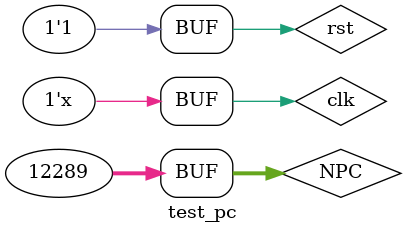
<source format=v>
module test_pc();
    reg[31:0] NPC;
    reg clk, rst;
    
    wire [31:0] PC;

  pc _pc(NPC, clk, rst, PC);
   initial
   begin
       clk = 0;
       rst = 0;
       NPC =  32'h0000_3001;
       #10
        rst = 1; 
   end
   always #30 clk = ~clk;
    

endmodule

</source>
